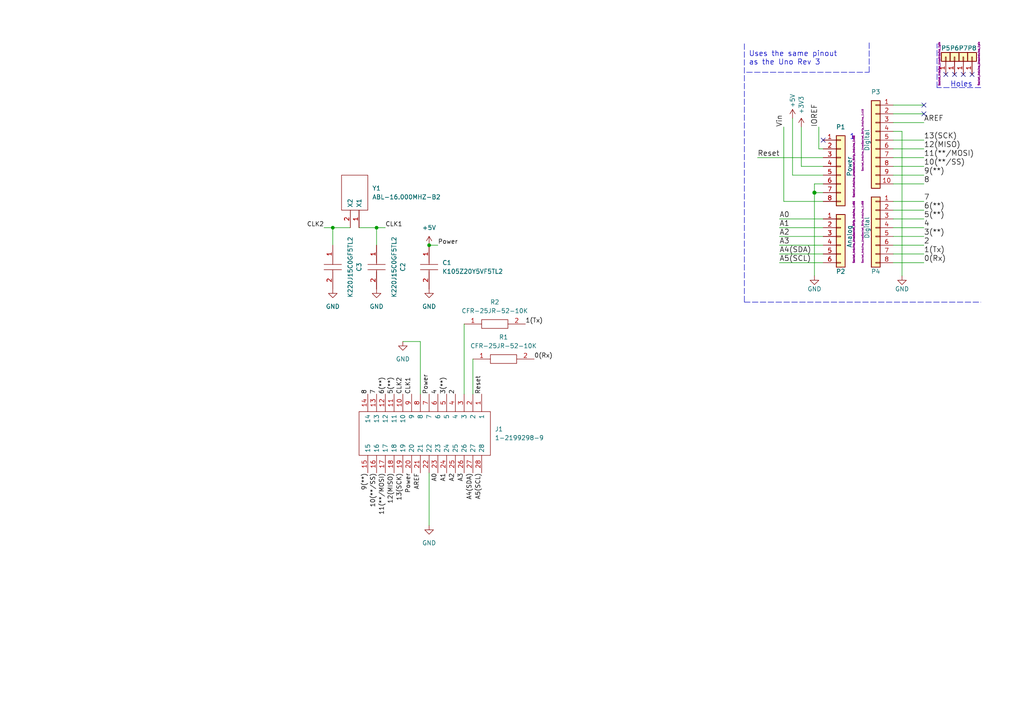
<source format=kicad_sch>
(kicad_sch (version 20211123) (generator eeschema)
  (paper "A4")
  (title_block (date "lun. 30 mars 2015"))
  (lib_symbols
    (symbol "Connector_Generic:Conn_01x01" (pin_names (offset 1.016) hide)
      (property "Reference" "J" (at 0 2.54 0))
      (property "Value" "Conn_01x01" (at 0 -2.54 0))
      (symbol "Conn_01x01_1_1"
        (rectangle (start -1.27 0.127) (end 0 -0.127) (stroke (width 0.1524)))
        (rectangle (start -1.27 1.27) (end 1.27 -1.27) (stroke (width 0.254)) (fill (type background)))
        (pin passive line (at -5.08 0 0) (length 3.81) (name "Pin_1") (number "1"))
      )
    )
    (symbol "Connector_Generic:Conn_01x06" (pin_names (offset 1.016) hide)
      (property "Reference" "J" (at 0 7.62 0))
      (property "Value" "Conn_01x06" (at 0 -10.16 0))
      (symbol "Conn_01x06_1_1"
        (rectangle (start -1.27 -7.493) (end 0 -7.747) (stroke (width 0.1524)))
        (rectangle (start -1.27 -4.953) (end 0 -5.207) (stroke (width 0.1524)))
        (rectangle (start -1.27 -2.413) (end 0 -2.667) (stroke (width 0.1524)))
        (rectangle (start -1.27 0.127) (end 0 -0.127) (stroke (width 0.1524)))
        (rectangle (start -1.27 2.667) (end 0 2.413) (stroke (width 0.1524)))
        (rectangle (start -1.27 5.207) (end 0 4.953) (stroke (width 0.1524)))
        (rectangle (start -1.27 6.35) (end 1.27 -8.89) (stroke (width 0.254)) (fill (type background)))
        (pin passive line (at -5.08 5.08 0) (length 3.81) (name "Pin_1") (number "1"))
        (pin passive line (at -5.08 2.54 0) (length 3.81) (name "Pin_2") (number "2"))
        (pin passive line (at -5.08 0 0) (length 3.81) (name "Pin_3") (number "3"))
        (pin passive line (at -5.08 -2.54 0) (length 3.81) (name "Pin_4") (number "4"))
        (pin passive line (at -5.08 -5.08 0) (length 3.81) (name "Pin_5") (number "5"))
        (pin passive line (at -5.08 -7.62 0) (length 3.81) (name "Pin_6") (number "6"))
      )
    )
    (symbol "Connector_Generic:Conn_01x08" (pin_names (offset 1.016) hide)
      (property "Reference" "J" (at 0 10.16 0))
      (property "Value" "Conn_01x08" (at 0 -12.7 0))
      (symbol "Conn_01x08_1_1"
        (rectangle (start -1.27 -10.033) (end 0 -10.287) (stroke (width 0.1524)))
        (rectangle (start -1.27 -7.493) (end 0 -7.747) (stroke (width 0.1524)))
        (rectangle (start -1.27 -4.953) (end 0 -5.207) (stroke (width 0.1524)))
        (rectangle (start -1.27 -2.413) (end 0 -2.667) (stroke (width 0.1524)))
        (rectangle (start -1.27 0.127) (end 0 -0.127) (stroke (width 0.1524)))
        (rectangle (start -1.27 2.667) (end 0 2.413) (stroke (width 0.1524)))
        (rectangle (start -1.27 5.207) (end 0 4.953) (stroke (width 0.1524)))
        (rectangle (start -1.27 7.747) (end 0 7.493) (stroke (width 0.1524)))
        (rectangle (start -1.27 8.89) (end 1.27 -11.43) (stroke (width 0.254)) (fill (type background)))
        (pin passive line (at -5.08 7.62 0) (length 3.81) (name "Pin_1") (number "1"))
        (pin passive line (at -5.08 5.08 0) (length 3.81) (name "Pin_2") (number "2"))
        (pin passive line (at -5.08 2.54 0) (length 3.81) (name "Pin_3") (number "3"))
        (pin passive line (at -5.08 0 0) (length 3.81) (name "Pin_4") (number "4"))
        (pin passive line (at -5.08 -2.54 0) (length 3.81) (name "Pin_5") (number "5"))
        (pin passive line (at -5.08 -5.08 0) (length 3.81) (name "Pin_6") (number "6"))
        (pin passive line (at -5.08 -7.62 0) (length 3.81) (name "Pin_7") (number "7"))
        (pin passive line (at -5.08 -10.16 0) (length 3.81) (name "Pin_8") (number "8"))
      )
    )
    (symbol "Connector_Generic:Conn_01x10" (pin_names (offset 1.016) hide)
      (property "Reference" "J" (at 0 12.7 0))
      (property "Value" "Conn_01x10" (at 0 -15.24 0))
      (symbol "Conn_01x10_1_1"
        (rectangle (start -1.27 -12.573) (end 0 -12.827) (stroke (width 0.1524)))
        (rectangle (start -1.27 -10.033) (end 0 -10.287) (stroke (width 0.1524)))
        (rectangle (start -1.27 -7.493) (end 0 -7.747) (stroke (width 0.1524)))
        (rectangle (start -1.27 -4.953) (end 0 -5.207) (stroke (width 0.1524)))
        (rectangle (start -1.27 -2.413) (end 0 -2.667) (stroke (width 0.1524)))
        (rectangle (start -1.27 0.127) (end 0 -0.127) (stroke (width 0.1524)))
        (rectangle (start -1.27 2.667) (end 0 2.413) (stroke (width 0.1524)))
        (rectangle (start -1.27 5.207) (end 0 4.953) (stroke (width 0.1524)))
        (rectangle (start -1.27 7.747) (end 0 7.493) (stroke (width 0.1524)))
        (rectangle (start -1.27 10.287) (end 0 10.033) (stroke (width 0.1524)))
        (rectangle (start -1.27 11.43) (end 1.27 -13.97) (stroke (width 0.254)) (fill (type background)))
        (pin passive line (at -5.08 10.16 0) (length 3.81) (name "Pin_1") (number "1"))
        (pin passive line (at -5.08 -12.7 0) (length 3.81) (name "Pin_10") (number "10"))
        (pin passive line (at -5.08 7.62 0) (length 3.81) (name "Pin_2") (number "2"))
        (pin passive line (at -5.08 5.08 0) (length 3.81) (name "Pin_3") (number "3"))
        (pin passive line (at -5.08 2.54 0) (length 3.81) (name "Pin_4") (number "4"))
        (pin passive line (at -5.08 0 0) (length 3.81) (name "Pin_5") (number "5"))
        (pin passive line (at -5.08 -2.54 0) (length 3.81) (name "Pin_6") (number "6"))
        (pin passive line (at -5.08 -5.08 0) (length 3.81) (name "Pin_7") (number "7"))
        (pin passive line (at -5.08 -7.62 0) (length 3.81) (name "Pin_8") (number "8"))
        (pin passive line (at -5.08 -10.16 0) (length 3.81) (name "Pin_9") (number "9"))
      )
    )
    (symbol "ardustack-mcu:1-2199298-9" (pin_names (offset 0.762))
      (property "Reference" "J" (at 19.05 7.62 0))
      (property "Value" "1-2199298-9" (at 19.05 5.08 0))
      (symbol "1-2199298-9_0_0"
        (pin passive line (at 0 0 0) (length 5.08) (name "1") (number "1"))
        (pin passive line (at 0 -22.86 0) (length 5.08) (name "10") (number "10"))
        (pin passive line (at 0 -25.4 0) (length 5.08) (name "11") (number "11"))
        (pin passive line (at 0 -27.94 0) (length 5.08) (name "12") (number "12"))
        (pin passive line (at 0 -30.48 0) (length 5.08) (name "13") (number "13"))
        (pin passive line (at 0 -33.02 0) (length 5.08) (name "14") (number "14"))
        (pin passive line (at 22.86 -33.02 180) (length 5.08) (name "15") (number "15"))
        (pin passive line (at 22.86 -30.48 180) (length 5.08) (name "16") (number "16"))
        (pin passive line (at 22.86 -27.94 180) (length 5.08) (name "17") (number "17"))
        (pin passive line (at 22.86 -25.4 180) (length 5.08) (name "18") (number "18"))
        (pin passive line (at 22.86 -22.86 180) (length 5.08) (name "19") (number "19"))
        (pin passive line (at 0 -2.54 0) (length 5.08) (name "2") (number "2"))
        (pin passive line (at 22.86 -20.32 180) (length 5.08) (name "20") (number "20"))
        (pin passive line (at 22.86 -17.78 180) (length 5.08) (name "21") (number "21"))
        (pin passive line (at 22.86 -15.24 180) (length 5.08) (name "22") (number "22"))
        (pin passive line (at 22.86 -12.7 180) (length 5.08) (name "23") (number "23"))
        (pin passive line (at 22.86 -10.16 180) (length 5.08) (name "24") (number "24"))
        (pin passive line (at 22.86 -7.62 180) (length 5.08) (name "25") (number "25"))
        (pin passive line (at 22.86 -5.08 180) (length 5.08) (name "26") (number "26"))
        (pin passive line (at 22.86 -2.54 180) (length 5.08) (name "27") (number "27"))
        (pin passive line (at 22.86 0 180) (length 5.08) (name "28") (number "28"))
        (pin passive line (at 0 -5.08 0) (length 5.08) (name "3") (number "3"))
        (pin passive line (at 0 -7.62 0) (length 5.08) (name "4") (number "4"))
        (pin passive line (at 0 -10.16 0) (length 5.08) (name "5") (number "5"))
        (pin passive line (at 0 -12.7 0) (length 5.08) (name "6") (number "6"))
        (pin passive line (at 0 -15.24 0) (length 5.08) (name "7") (number "7"))
        (pin passive line (at 0 -17.78 0) (length 5.08) (name "8") (number "8"))
        (pin passive line (at 0 -20.32 0) (length 5.08) (name "9") (number "9"))
      )
      (symbol "1-2199298-9_0_1"
        (polyline (pts (xy 5.08 2.54) (xy 17.78 2.54) (xy 17.78 -35.56) (xy 5.08 -35.56) (xy 5.08 2.54)) (stroke (width 0.1524)))
      )
    )
    (symbol "ardustack-mcu:ABL-16.000MHZ-B2" (pin_names (offset 0.762))
      (property "Reference" "Y" (at 16.51 7.62 0))
      (property "Value" "ABL-16.000MHZ-B2" (at 16.51 5.08 0))
      (symbol "ABL-16.000MHZ-B2_0_0"
        (pin passive line (at 0 0 0) (length 5.08) (name "X1") (number "1"))
        (pin passive line (at 0 -2.54 0) (length 5.08) (name "X2") (number "2"))
      )
      (symbol "ABL-16.000MHZ-B2_0_1"
        (polyline (pts (xy 5.08 2.54) (xy 15.24 2.54) (xy 15.24 -5.08) (xy 5.08 -5.08) (xy 5.08 2.54)) (stroke (width 0.1524)))
      )
    )
    (symbol "ardustack-mcu:CFR-25JR-52-10K" (pin_names (offset 0.762))
      (property "Reference" "R" (at 13.97 6.35 0))
      (property "Value" "CFR-25JR-52-10K" (at 13.97 3.81 0))
      (symbol "CFR-25JR-52-10K_0_0"
        (pin passive line (at 0 0 0) (length 5.08) (name "~") (number "1"))
        (pin passive line (at 17.78 0 180) (length 5.08) (name "~") (number "2"))
      )
      (symbol "CFR-25JR-52-10K_0_1"
        (polyline (pts (xy 5.08 1.27) (xy 12.7 1.27) (xy 12.7 -1.27) (xy 5.08 -1.27) (xy 5.08 1.27)) (stroke (width 0.1524)))
      )
    )
    (symbol "ardustack-mcu:K105Z20Y5VF5TL2" (pin_names (offset 0.762))
      (property "Reference" "C" (at 8.89 6.35 0))
      (property "Value" "K105Z20Y5VF5TL2" (at 8.89 3.81 0))
      (symbol "K105Z20Y5VF5TL2_0_0"
        (pin passive line (at 0 0 0) (length 5.08) (name "~") (number "1"))
        (pin passive line (at 12.7 0 180) (length 5.08) (name "~") (number "2"))
      )
      (symbol "K105Z20Y5VF5TL2_0_1"
        (polyline (pts (xy 5.08 0) (xy 5.588 0)) (stroke (width 0.1524)))
        (polyline (pts (xy 5.588 2.54) (xy 5.588 -2.54)) (stroke (width 0.1524)))
        (polyline (pts (xy 7.112 0) (xy 7.62 0)) (stroke (width 0.1524)))
        (polyline (pts (xy 7.112 2.54) (xy 7.112 -2.54)) (stroke (width 0.1524)))
      )
    )
    (symbol "ardustack-mcu:K220J15C0GF5TL2" (pin_names (offset 0.762))
      (property "Reference" "C" (at 8.89 6.35 0))
      (property "Value" "K220J15C0GF5TL2" (at 8.89 3.81 0))
      (symbol "K220J15C0GF5TL2_0_0"
        (pin passive line (at 0 0 0) (length 5.08) (name "~") (number "1"))
        (pin passive line (at 12.7 0 180) (length 5.08) (name "~") (number "2"))
      )
      (symbol "K220J15C0GF5TL2_0_1"
        (polyline (pts (xy 5.08 0) (xy 5.588 0)) (stroke (width 0.1524)))
        (polyline (pts (xy 5.588 2.54) (xy 5.588 -2.54)) (stroke (width 0.1524)))
        (polyline (pts (xy 7.112 0) (xy 7.62 0)) (stroke (width 0.1524)))
        (polyline (pts (xy 7.112 2.54) (xy 7.112 -2.54)) (stroke (width 0.1524)))
      )
    )
    (symbol "power:+3.3V" (power) (pin_names (offset 0))
      (property "Value" "+3.3V" (at 0 3.556 0))
      (symbol "+3.3V_0_1"
        (polyline (pts (xy -0.762 1.27) (xy 0 2.54)))
        (polyline (pts (xy 0 0) (xy 0 2.54)))
        (polyline (pts (xy 0 2.54) (xy 0.762 1.27)))
      )
      (symbol "+3.3V_1_1"
        (pin power_in line (at 0 0 90) (length 0) hide (name "+3V3") (number "1"))
      )
    )
    (symbol "power:+5V" (power) (pin_names (offset 0))
      (property "Value" "+5V" (at 0 3.556 0))
      (symbol "+5V_0_1"
        (polyline (pts (xy -0.762 1.27) (xy 0 2.54)))
        (polyline (pts (xy 0 0) (xy 0 2.54)))
        (polyline (pts (xy 0 2.54) (xy 0.762 1.27)))
      )
      (symbol "+5V_1_1"
        (pin power_in line (at 0 0 90) (length 0) hide (name "+5V") (number "1"))
      )
    )
    (symbol "power:GND" (power) (pin_names (offset 0))
      (property "Value" "GND" (at 0 -3.81 0))
      (symbol "GND_0_1"
        (polyline (pts (xy 0 0) (xy 0 -1.27) (xy 1.27 -1.27) (xy 0 -2.54) (xy -1.27 -1.27) (xy 0 -1.27)))
      )
      (symbol "GND_1_1"
        (pin power_in line (at 0 0 270) (length 0) hide (name "GND") (number "1"))
      )
    )
  )
  (junction (at 124.46 71.12))
  (junction (at 109.22 66.04))
  (junction (at 236.22 55.88) (diameter 1.016))
  (junction (at 96.52 66.04))
  (no_connect (at 279.4 21.59))
  (no_connect (at 274.32 21.59))
  (no_connect (at 276.86 21.59))
  (no_connect (at 281.94 21.59))
  (no_connect (at 238.76 40.64))
  (no_connect (at 267.97 30.48))
  (no_connect (at 267.97 33.02))
  (wire (pts (xy 238.76 48.26) (xy 232.41 48.26)))
  (wire (pts (xy 238.76 71.12) (xy 226.06 71.12)))
  (wire (pts (xy 101.6 66.04) (xy 96.52 66.04)))
  (polyline (pts (xy 252.095 20.955) (xy 252.095 12.065)) (stroke (width 0) (type dash)))
  (wire (pts (xy 134.62 93.98) (xy 134.62 114.3)))
  (wire (pts (xy 259.08 63.5) (xy 267.97 63.5)))
  (wire (pts (xy 121.92 114.3) (xy 121.92 99.06)))
  (wire (pts (xy 236.22 53.34) (xy 236.22 55.88)))
  (wire (pts (xy 124.46 71.12) (xy 127 71.12)))
  (wire (pts (xy 259.08 43.18) (xy 267.97 43.18)))
  (wire (pts (xy 261.62 38.1) (xy 261.62 80.01)))
  (wire (pts (xy 238.76 53.34) (xy 236.22 53.34)))
  (wire (pts (xy 137.16 104.14) (xy 137.16 114.3)))
  (wire (pts (xy 109.22 66.04) (xy 109.22 71.12)))
  (wire (pts (xy 259.08 53.34) (xy 267.97 53.34)))
  (wire (pts (xy 237.49 43.18) (xy 238.76 43.18)))
  (wire (pts (xy 238.76 50.8) (xy 229.87 50.8)))
  (wire (pts (xy 259.08 40.64) (xy 267.97 40.64)))
  (wire (pts (xy 259.08 58.42) (xy 267.97 58.42)))
  (wire (pts (xy 238.76 66.04) (xy 226.06 66.04)))
  (wire (pts (xy 259.08 30.48) (xy 267.97 30.48)))
  (wire (pts (xy 259.08 71.12) (xy 267.97 71.12)))
  (wire (pts (xy 238.76 58.42) (xy 227.33 58.42)))
  (wire (pts (xy 238.76 63.5) (xy 226.06 63.5)))
  (wire (pts (xy 259.08 45.72) (xy 267.97 45.72)))
  (wire (pts (xy 238.76 73.66) (xy 226.06 73.66)))
  (polyline (pts (xy 284.48 25.4) (xy 271.78 25.4)) (stroke (width 0) (type dash)))
  (wire (pts (xy 93.98 66.04) (xy 96.52 66.04)))
  (wire (pts (xy 238.76 45.72) (xy 219.71 45.72)))
  (wire (pts (xy 259.08 38.1) (xy 261.62 38.1)))
  (wire (pts (xy 238.76 55.88) (xy 236.22 55.88)))
  (wire (pts (xy 259.08 50.8) (xy 267.97 50.8)))
  (wire (pts (xy 236.22 55.88) (xy 236.22 80.01)))
  (wire (pts (xy 227.33 58.42) (xy 227.33 36.83)))
  (polyline (pts (xy 215.9 87.63) (xy 284.48 87.63)) (stroke (width 0) (type dash)))
  (wire (pts (xy 259.08 68.58) (xy 267.97 68.58)))
  (wire (pts (xy 238.76 76.2) (xy 226.06 76.2)))
  (wire (pts (xy 104.14 66.04) (xy 109.22 66.04)))
  (wire (pts (xy 259.08 73.66) (xy 267.97 73.66)))
  (polyline (pts (xy 271.78 25.4) (xy 271.78 12.7)) (stroke (width 0) (type dash)))
  (wire (pts (xy 116.84 99.06) (xy 121.92 99.06)))
  (wire (pts (xy 259.08 60.96) (xy 267.97 60.96)))
  (wire (pts (xy 229.87 50.8) (xy 229.87 34.29)))
  (wire (pts (xy 124.46 137.16) (xy 124.46 152.4)))
  (wire (pts (xy 259.08 33.02) (xy 267.97 33.02)))
  (wire (pts (xy 259.08 66.04) (xy 267.97 66.04)))
  (wire (pts (xy 259.08 35.56) (xy 267.97 35.56)))
  (polyline (pts (xy 215.9 12.7) (xy 215.9 87.63)) (stroke (width 0) (type dash)))
  (wire (pts (xy 232.41 48.26) (xy 232.41 36.83)))
  (wire (pts (xy 237.49 36.83) (xy 237.49 43.18)))
  (wire (pts (xy 109.22 66.04) (xy 111.76 66.04)))
  (wire (pts (xy 96.52 66.04) (xy 96.52 71.12)))
  (wire (pts (xy 259.08 76.2) (xy 267.97 76.2)))
  (wire (pts (xy 259.08 48.26) (xy 267.97 48.26)))
  (wire (pts (xy 238.76 68.58) (xy 226.06 68.58)))
  (polyline (pts (xy 216.535 20.955) (xy 252.095 20.955)) (stroke (width 0) (type dash)))
  (text "Holes" (at 275.59 25.4 0) (effects (font (size 1.524 1.524)) (justify left bottom)))
  (text "Uses the same pinout\nas the Uno Rev 3" (at 217.17 19.05 0) (effects (font (size 1.524 1.524)) (justify left bottom)))
  (text "1" (at 246.38 40.64 0) (effects (font (size 1.524 1.524)) (justify left bottom)))
  (label "Vin" (at 227.33 36.83 90) (effects (font (size 1.524 1.524))))
  (label "A5(SCL)" (at 139.7 137.16 270))
  (label "CLK1" (at 111.76 66.04 0))
  (label "13(SCK)" (at 116.84 137.16 270))
  (label "0(Rx)" (at 267.97 76.2 0) (effects (font (size 1.524 1.524))))
  (label "A4(SDA)" (at 226.06 73.66 0) (effects (font (size 1.524 1.524))))
  (label "Power" (at 127 71.12 0))
  (label "Power" (at 124.46 114.3 90))
  (label "4" (at 127 114.3 90))
  (label "2" (at 132.08 114.3 90))
  (label "11(**{slash}MOSI)" (at 111.76 137.16 270))
  (label "Power" (at 119.38 137.16 270))
  (label "4" (at 267.97 66.04 0) (effects (font (size 1.524 1.524))))
  (label "5(**)" (at 267.97 63.5 0) (effects (font (size 1.524 1.524))))
  (label "A2" (at 226.06 68.58 0) (effects (font (size 1.524 1.524))))
  (label "A5(SCL)" (at 226.06 76.2 0) (effects (font (size 1.524 1.524))))
  (label "A0" (at 226.06 63.5 0) (effects (font (size 1.524 1.524))))
  (label "A1" (at 226.06 66.04 0) (effects (font (size 1.524 1.524))))
  (label "AREF" (at 121.92 137.16 270))
  (label "5(**)" (at 114.3 114.3 90))
  (label "Reset" (at 139.7 114.3 90))
  (label "CLK1" (at 119.38 114.3 90))
  (label "10(**/SS)" (at 267.97 48.26 0) (effects (font (size 1.524 1.524))))
  (label "13(SCK)" (at 267.97 40.64 0) (effects (font (size 1.524 1.524))))
  (label "A1" (at 129.54 137.16 270))
  (label "CLK2" (at 116.84 114.3 90))
  (label "1(Tx)" (at 152.4 93.98 0))
  (label "3(**)" (at 129.54 114.3 90))
  (label "12(MISO)" (at 114.3 137.16 270))
  (label "A4(SDA)" (at 137.16 137.16 270))
  (label "7" (at 267.97 58.42 0) (effects (font (size 1.524 1.524))))
  (label "A3" (at 226.06 71.12 0) (effects (font (size 1.524 1.524))))
  (label "Reset" (at 219.71 45.72 0) (effects (font (size 1.524 1.524))))
  (label "2" (at 267.97 71.12 0) (effects (font (size 1.524 1.524))))
  (label "12(MISO)" (at 267.97 43.18 0) (effects (font (size 1.524 1.524))))
  (label "3(**)" (at 267.97 68.58 0) (effects (font (size 1.524 1.524))))
  (label "9(**)" (at 267.97 50.8 0) (effects (font (size 1.524 1.524))))
  (label "6(**)" (at 111.76 114.3 90))
  (label "7" (at 109.22 114.3 90))
  (label "0(Rx)" (at 154.94 104.14 0))
  (label "8" (at 267.97 53.34 0) (effects (font (size 1.524 1.524))))
  (label "A2" (at 132.08 137.16 270))
  (label "10(**{slash}SS)" (at 109.22 137.16 270))
  (label "IOREF" (at 237.49 36.83 90) (effects (font (size 1.524 1.524))))
  (label "AREF" (at 267.97 35.56 0) (effects (font (size 1.524 1.524))))
  (label "9(**)" (at 106.68 137.16 270))
  (label "CLK2" (at 93.98 66.04 180))
  (label "8" (at 106.68 114.3 90))
  (label "A3" (at 134.62 137.16 270))
  (label "A0" (at 127 137.16 270))
  (label "11(**/MOSI)" (at 267.97 45.72 0) (effects (font (size 1.524 1.524))))
  (label "1(Tx)" (at 267.97 73.66 0) (effects (font (size 1.524 1.524))))
  (label "6(**)" (at 267.97 60.96 0) (effects (font (size 1.524 1.524))))
  (symbol (lib_id "Connector_Generic:Conn_01x08") (at 243.84 48.26 0) (unit 1)
    (property "Reference" "P1" (at 243.84 36.83 0))
    (property "Value" "Power" (at 246.38 48.26 90))
    (property "Footprint" "Socket_Arduino_Uno:Socket_Strip_Arduino_1x08" (at 247.65 48.26 90) (effects (font (size 0.508 0.508))))
  )
  (symbol (lib_id "power:+3.3V") (at 232.41 36.83 0) (unit 1)
    (property "Reference" "#PWR01" (effects hide))
    (property "Value" "+3.3V" (at 232.41 30.48 90))
  )
  (symbol (lib_id "power:+5V") (at 229.87 34.29 0) (unit 1)
    (property "Reference" "#PWR02" (effects hide))
    (property "Value" "+5V" (at 229.87 29.21 90))
  )
  (symbol (lib_id "power:GND") (at 236.22 80.01 0) (unit 1)
    (property "Reference" "#PWR03" (effects hide))
    (property "Value" "GND" (at 236.22 83.82 0))
  )
  (symbol (lib_id "power:GND") (at 261.62 80.01 0) (unit 1)
    (property "Reference" "#PWR04" (effects hide))
    (property "Value" "GND" (at 261.62 83.82 0))
  )
  (symbol (lib_id "Connector_Generic:Conn_01x06") (at 243.84 68.58 0) (unit 1)
    (property "Reference" "P2" (at 243.84 78.74 0))
    (property "Value" "Analog" (at 246.38 68.58 90))
    (property "Footprint" "Socket_Arduino_Uno:Socket_Strip_Arduino_1x06" (at 247.65 67.31 90) (effects (font (size 0.508 0.508))))
  )
  (symbol (lib_id "Connector_Generic:Conn_01x01") (at 274.32 16.51 90) (unit 1)
    (property "Reference" "P5" (at 274.32 13.97 90))
    (property "Value" "CONN_01X01" (effects hide))
    (property "Footprint" "Socket_Arduino_Uno:Arduino_1pin" (at 272.4404 18.5166 0) (effects (font (size 0.508 0.508))))
  )
  (symbol (lib_id "Connector_Generic:Conn_01x01") (at 276.86 16.51 90) (unit 1)
    (property "Reference" "P6" (at 276.86 13.97 90))
    (property "Value" "CONN_01X01" (effects hide))
    (property "Footprint" "Socket_Arduino_Uno:Arduino_1pin" (effects hide))
  )
  (symbol (lib_id "Connector_Generic:Conn_01x01") (at 279.4 16.51 90) (unit 1)
    (property "Reference" "P7" (at 279.4 13.97 90))
    (property "Value" "CONN_01X01" (effects hide))
    (property "Footprint" "Socket_Arduino_Uno:Arduino_1pin" (effects hide))
  )
  (symbol (lib_id "Connector_Generic:Conn_01x01") (at 281.94 16.51 90) (unit 1)
    (property "Reference" "P8" (at 281.94 13.97 90))
    (property "Value" "CONN_01X01" (effects hide))
    (property "Footprint" "Socket_Arduino_Uno:Arduino_1pin" (at 283.9212 18.4404 0) (effects (font (size 0.508 0.508))))
  )
  (symbol (lib_id "Connector_Generic:Conn_01x08") (at 254 66.04 0) (mirror y) (unit 1)
    (property "Reference" "P4" (at 254 78.74 0))
    (property "Value" "Digital" (at 251.46 66.04 90))
    (property "Footprint" "Socket_Arduino_Uno:Socket_Strip_Arduino_1x08" (at 250.19 67.31 90) (effects (font (size 0.508 0.508))))
  )
  (symbol (lib_id "Connector_Generic:Conn_01x10") (at 254 40.64 0) (mirror y) (unit 1)
    (property "Reference" "P3" (at 254 26.67 0))
    (property "Value" "Digital" (at 251.46 40.64 90))
    (property "Footprint" "Socket_Arduino_Uno:Socket_Strip_Arduino_1x10" (at 250.19 40.64 90) (effects (font (size 0.508 0.508))))
  )
  (symbol (lib_id "power:GND") (at 124.46 152.4 0) (unit 1)
    (property "Reference" "#PWR010" (effects hide))
    (property "Value" "GND" (at 124.46 157.48 0))
  )
  (symbol (lib_id "power:+5V") (at 124.46 71.12 0) (unit 1)
    (property "Reference" "#PWR05" (effects hide))
    (property "Value" "+5V" (at 124.46 66.04 0))
  )
  (symbol (lib_id "ardustack-mcu:K105Z20Y5VF5TL2") (at 124.46 71.12 270) (unit 1)
    (property "Reference" "C1" (at 128.27 76.1999 90) (effects (justify left)))
    (property "Value" "K105Z20Y5VF5TL2" (at 128.27 78.7399 90) (effects (justify left)))
    (property "Footprint" "ardustack-mcu:K105Z20Y5VF5TL2" (effects hide))
    (property "Datasheet" "http://www.vishay.com/docs/45171/kseries.pdf" (effects hide))
    (property "Description" "Vishay 1uF MLCC 50V dc -20  +80% , Through Hole K105Z20Y5VF5TL2" (effects hide))
    (property "Height" "6.6" (effects hide))
    (property "Manufacturer_Name" "Vishay" (effects hide))
    (property "Manufacturer_Part_Number" "K105Z20Y5VF5TL2" (effects hide))
    (property "Mouser Part Number" "594-K105Z20Y5VF5TL2" (effects hide))
    (property "Mouser Price/Stock" "https://www.mouser.co.uk/ProductDetail/Vishay-BC-Components/K105Z20Y5VF5TL2?qs=fflMSwnno4ytfjP0q4obmw%3D%3D" (effects hide))
    (property "Arrow Part Number" "K105Z20Y5VF5TL2" (effects hide))
    (property "Arrow Price/Stock" "https://www.arrow.com/en/products/k105z20y5vf5tl2/vishay?region=nac" (effects hide))
  )
  (symbol (lib_id "power:GND") (at 124.46 83.82 0) (unit 1)
    (property "Reference" "#PWR08" (effects hide))
    (property "Value" "GND" (at 124.46 88.9 0))
  )
  (symbol (lib_id "power:GND") (at 116.84 99.06 0) (unit 1)
    (property "Reference" "#PWR09" (effects hide))
    (property "Value" "GND" (at 116.84 104.14 0))
  )
  (symbol (lib_id "ardustack-mcu:CFR-25JR-52-10K") (at 134.62 93.98 0) (unit 1)
    (property "Reference" "R2" (at 143.51 87.63 0))
    (property "Value" "CFR-25JR-52-10K" (at 143.51 90.17 0))
    (property "Footprint" "ardustack-mcu:RESAD1590W60L630D240" (effects hide))
    (property "Datasheet" "https://componentsearchengine.com/Datasheets/1/CFR-25JR-52-10K.pdf" (effects hide))
    (property "Description" "Carbon Film Resistors - Through Hole 10K ohm 1/4W 5%" (effects hide))
    (property "Manufacturer_Name" "YAGEO (PHYCOMP)" (effects hide))
    (property "Manufacturer_Part_Number" "CFR-25JR-52-10K" (effects hide))
    (property "Mouser Part Number" "603-CFR-25JR-5210K" (effects hide))
    (property "Mouser Price/Stock" "https://www.mouser.com/Search/Refine.aspx?Keyword=603-CFR-25JR-5210K" (effects hide))
    (property "Arrow Part Number" "CFR-25JR-52-10K" (effects hide))
    (property "Arrow Price/Stock" "https://www.arrow.com/en/products/cfr-25jr-52-10k/yageo" (effects hide))
  )
  (symbol (lib_id "power:GND") (at 109.22 83.82 0) (unit 1)
    (property "Reference" "#PWR07" (effects hide))
    (property "Value" "GND" (at 109.22 88.9 0))
  )
  (symbol (lib_id "ardustack-mcu:K220J15C0GF5TL2") (at 96.52 71.12 270) (unit 1)
    (property "Reference" "C3" (at 104.14 77.47 0))
    (property "Value" "K220J15C0GF5TL2" (at 101.6 77.47 0))
    (property "Footprint" "ardustack-mcu:K220J15C0GF5TL2" (effects hide))
    (property "Datasheet" "http://www.vishay.com/docs/45171/kseries.pdf" (effects hide))
    (property "Description" "Vishay 22pF MLCC 50V dc +/-5% Through Hole K220J15C0GF5TL2" (effects hide))
    (property "Height" "7.5" (effects hide))
    (property "Manufacturer_Name" "Vishay" (effects hide))
    (property "Manufacturer_Part_Number" "K220J15C0GF5TL2" (effects hide))
    (property "Mouser Part Number" "594-K220J15C0GF5TL2" (effects hide))
    (property "Mouser Price/Stock" "https://www.mouser.co.uk/ProductDetail/Vishay-BC-Components/K220J15C0GF5TL2?qs=6%252BUraArZVSAsRxfbw1OxTQ%3D%3D" (effects hide))
    (property "Arrow Part Number" "K220J15C0GF5TL2" (effects hide))
    (property "Arrow Price/Stock" "https://www.arrow.com/en/products/k220j15c0gf5tl2/vishay?region=nac" (effects hide))
  )
  (symbol (lib_id "ardustack-mcu:CFR-25JR-52-10K") (at 137.16 104.14 0) (unit 1)
    (property "Reference" "R1" (at 146.05 97.79 0))
    (property "Value" "CFR-25JR-52-10K" (at 146.05 100.33 0))
    (property "Footprint" "ardustack-mcu:RESAD1590W60L630D240" (effects hide))
    (property "Datasheet" "https://componentsearchengine.com/Datasheets/1/CFR-25JR-52-10K.pdf" (effects hide))
    (property "Description" "Carbon Film Resistors - Through Hole 10K ohm 1/4W 5%" (effects hide))
    (property "Manufacturer_Name" "YAGEO (PHYCOMP)" (effects hide))
    (property "Manufacturer_Part_Number" "CFR-25JR-52-10K" (effects hide))
    (property "Mouser Part Number" "603-CFR-25JR-5210K" (effects hide))
    (property "Mouser Price/Stock" "https://www.mouser.com/Search/Refine.aspx?Keyword=603-CFR-25JR-5210K" (effects hide))
    (property "Arrow Part Number" "CFR-25JR-52-10K" (effects hide))
    (property "Arrow Price/Stock" "https://www.arrow.com/en/products/cfr-25jr-52-10k/yageo" (effects hide))
  )
  (symbol (lib_id "ardustack-mcu:1-2199298-9") (at 139.7 114.3 270) (unit 1)
    (property "Reference" "J1" (at 143.51 124.4599 90) (effects (justify left)))
    (property "Value" "1-2199298-9" (at 143.51 126.9999 90) (effects (justify left)))
    (property "Footprint" "ardustack-mcu:DIPS1524W51P254L3556H457Q28N" (effects hide))
    (property "Datasheet" "https://mouser.componentsearchengine.com/Datasheets/5/1-2199298-9.pdf" (effects hide))
    (property "Description" "DIP SOCKET 28POS" (effects hide))
    (property "Height" "4.572" (effects hide))
    (property "Manufacturer_Name" "TE Connectivity" (effects hide))
    (property "Manufacturer_Part_Number" "1-2199298-9" (effects hide))
    (property "Mouser Part Number" "571-1-2199298-9" (effects hide))
    (property "Mouser Price/Stock" "https://www.mouser.co.uk/ProductDetail/TE-Connectivity/1-2199298-9?qs=fK8dlpkaUMumZ9haKKccEA%3D%3D" (effects hide))
    (property "Arrow Part Number" "1-2199298-9" (effects hide))
    (property "Arrow Price/Stock" "https://www.arrow.com/en/products/1-2199298-9/te-connectivity" (effects hide))
  )
  (symbol (lib_id "ardustack-mcu:ABL-16.000MHZ-B2") (at 104.14 66.04 270) (mirror x) (unit 1)
    (property "Reference" "Y1" (at 107.95 54.6099 90) (effects (justify left)))
    (property "Value" "ABL-16.000MHZ-B2" (at 107.95 57.1499 90) (effects (justify left)))
    (property "Footprint" "ardustack-mcu:ABL16000MHZB2" (effects hide))
    (property "Datasheet" "http://www.abracon.com/Resonators/ABL.pdf" (effects hide))
    (property "Description" "ABRACON - ABL-16.000MHZ-B2 - CRYSTAL" (effects hide))
    (property "Height" "3.5" (effects hide))
    (property "Manufacturer_Name" "ABRACON" (effects hide))
    (property "Manufacturer_Part_Number" "ABL-16.000MHZ-B2" (effects hide))
    (property "Mouser Part Number" "815-ABL-16-B2" (effects hide))
    (property "Mouser Price/Stock" "https://www.mouser.co.uk/ProductDetail/ABRACON/ABL-16000MHZ-B2?qs=A7YjigRBFZlH19Ss3q%252BAbA%3D%3D" (effects hide))
    (property "Arrow Part Number" "ABL-16.000MHZ-B2" (effects hide))
    (property "Arrow Price/Stock" "https://www.arrow.com/en/products/abl-16.000mhz-b2/abracon" (effects hide))
  )
  (symbol (lib_id "power:GND") (at 96.52 83.82 0) (unit 1)
    (property "Reference" "#PWR06" (effects hide))
    (property "Value" "GND" (at 96.52 88.9 0))
  )
  (symbol (lib_id "ardustack-mcu:K220J15C0GF5TL2") (at 109.22 71.12 270) (unit 1)
    (property "Reference" "C2" (at 116.84 77.47 0))
    (property "Value" "K220J15C0GF5TL2" (at 114.3 77.47 0))
    (property "Footprint" "ardustack-mcu:K220J15C0GF5TL2" (effects hide))
    (property "Datasheet" "http://www.vishay.com/docs/45171/kseries.pdf" (effects hide))
    (property "Description" "Vishay 22pF MLCC 50V dc +/-5% Through Hole K220J15C0GF5TL2" (effects hide))
    (property "Height" "7.5" (effects hide))
    (property "Manufacturer_Name" "Vishay" (effects hide))
    (property "Manufacturer_Part_Number" "K220J15C0GF5TL2" (effects hide))
    (property "Mouser Part Number" "594-K220J15C0GF5TL2" (effects hide))
    (property "Mouser Price/Stock" "https://www.mouser.co.uk/ProductDetail/Vishay-BC-Components/K220J15C0GF5TL2?qs=6%252BUraArZVSAsRxfbw1OxTQ%3D%3D" (effects hide))
    (property "Arrow Part Number" "K220J15C0GF5TL2" (effects hide))
    (property "Arrow Price/Stock" "https://www.arrow.com/en/products/k220j15c0gf5tl2/vishay?region=nac" (effects hide))
  )
)
</source>
